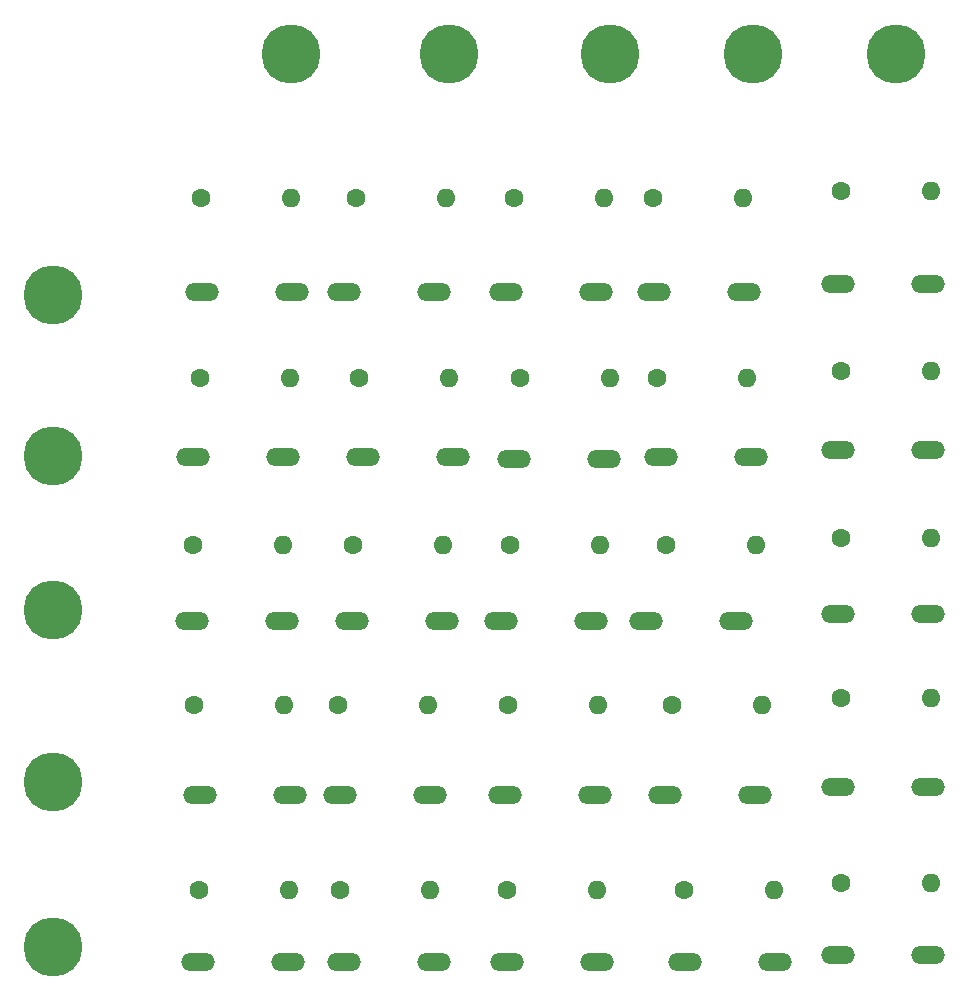
<source format=gbr>
%TF.GenerationSoftware,KiCad,Pcbnew,9.0.1*%
%TF.CreationDate,2025-07-02T23:46:09-04:00*%
%TF.ProjectId,5x5,3578352e-6b69-4636-9164-5f7063625858,rev?*%
%TF.SameCoordinates,Original*%
%TF.FileFunction,Soldermask,Bot*%
%TF.FilePolarity,Negative*%
%FSLAX46Y46*%
G04 Gerber Fmt 4.6, Leading zero omitted, Abs format (unit mm)*
G04 Created by KiCad (PCBNEW 9.0.1) date 2025-07-02 23:46:09*
%MOMM*%
%LPD*%
G01*
G04 APERTURE LIST*
%ADD10C,5.000000*%
%ADD11C,1.600000*%
%ADD12O,1.600000X1.600000*%
%ADD13O,2.845600X1.524800*%
G04 APERTURE END LIST*
D10*
%TO.C,H1*%
X108656250Y-60391250D03*
%TD*%
%TO.C,H2*%
X108656250Y-74021250D03*
%TD*%
%TO.C,H3*%
X108656250Y-87051250D03*
%TD*%
%TO.C,H5*%
X108656250Y-115570000D03*
%TD*%
%TO.C,H4*%
X108656250Y-101600000D03*
%TD*%
D11*
%TO.C,Thing23*%
X147116250Y-110791250D03*
D12*
X154736250Y-110791250D03*
%TD*%
D11*
%TO.C,Thing15*%
X175435800Y-80970000D03*
D12*
X183055800Y-80970000D03*
%TD*%
D13*
%TO.C,D6*%
X128146250Y-74081250D03*
X120526250Y-74081250D03*
%TD*%
%TO.C,D4*%
X167156250Y-60101250D03*
X159536250Y-60101250D03*
%TD*%
%TO.C,D15*%
X182810000Y-87370000D03*
X175190000Y-87370000D03*
%TD*%
%TO.C,D18*%
X154616250Y-102691250D03*
X146996250Y-102691250D03*
%TD*%
D11*
%TO.C,Thing9*%
X159826250Y-67401250D03*
D12*
X167446250Y-67401250D03*
%TD*%
D11*
%TO.C,Thing7*%
X134626250Y-67401250D03*
D12*
X142246250Y-67401250D03*
%TD*%
D10*
%TO.C,H9*%
X167956250Y-39951250D03*
%TD*%
D11*
%TO.C,Thing2*%
X134356250Y-52151250D03*
D12*
X141976250Y-52151250D03*
%TD*%
D11*
%TO.C,Thing25*%
X175435800Y-110190000D03*
D12*
X183055800Y-110190000D03*
%TD*%
D11*
%TO.C,Thing22*%
X132976250Y-110791250D03*
D12*
X140596250Y-110791250D03*
%TD*%
D13*
%TO.C,D25*%
X182810000Y-116238750D03*
X175190000Y-116238750D03*
%TD*%
D11*
%TO.C,Thing21*%
X121076250Y-110791250D03*
D12*
X128696250Y-110791250D03*
%TD*%
D11*
%TO.C,Thing3*%
X147756250Y-52151250D03*
D12*
X155376250Y-52151250D03*
%TD*%
D13*
%TO.C,D2*%
X140946250Y-60101250D03*
X133326250Y-60101250D03*
%TD*%
D10*
%TO.C,H10*%
X180086250Y-39951250D03*
%TD*%
D13*
%TO.C,D7*%
X142586250Y-74081250D03*
X134966250Y-74081250D03*
%TD*%
%TO.C,D19*%
X168146250Y-102691250D03*
X160526250Y-102691250D03*
%TD*%
D11*
%TO.C,Thing5*%
X175435800Y-51550000D03*
D12*
X183055800Y-51550000D03*
%TD*%
D10*
%TO.C,H8*%
X155816250Y-39951250D03*
%TD*%
D13*
%TO.C,D20*%
X182810000Y-102090000D03*
X175190000Y-102090000D03*
%TD*%
%TO.C,D10*%
X182810000Y-73480000D03*
X175190000Y-73480000D03*
%TD*%
D11*
%TO.C,Thing14*%
X160566250Y-81571250D03*
D12*
X168186250Y-81571250D03*
%TD*%
D11*
%TO.C,Thing16*%
X120646250Y-95101250D03*
D12*
X128266250Y-95101250D03*
%TD*%
D13*
%TO.C,D14*%
X166486250Y-87971250D03*
X158866250Y-87971250D03*
%TD*%
D11*
%TO.C,Thing18*%
X147206250Y-95101250D03*
D12*
X154826250Y-95101250D03*
%TD*%
D13*
%TO.C,D13*%
X154216250Y-87971250D03*
X146596250Y-87971250D03*
%TD*%
D11*
%TO.C,Thing8*%
X148196250Y-67401250D03*
D12*
X155816250Y-67401250D03*
%TD*%
D11*
%TO.C,Thing20*%
X175435800Y-94500000D03*
D12*
X183055800Y-94500000D03*
%TD*%
D10*
%TO.C,H7*%
X142240000Y-39951250D03*
%TD*%
D11*
%TO.C,Thing1*%
X121256250Y-52151250D03*
D12*
X128876250Y-52151250D03*
%TD*%
D10*
%TO.C,H6*%
X128872500Y-39951250D03*
%TD*%
D11*
%TO.C,Thing19*%
X161076250Y-95101250D03*
D12*
X168696250Y-95101250D03*
%TD*%
D13*
%TO.C,D21*%
X128570000Y-116840000D03*
X120950000Y-116840000D03*
%TD*%
%TO.C,D12*%
X141646250Y-87971250D03*
X134026250Y-87971250D03*
%TD*%
%TO.C,D1*%
X128946250Y-60101250D03*
X121326250Y-60101250D03*
%TD*%
D11*
%TO.C,Thing4*%
X159516250Y-52151250D03*
D12*
X167136250Y-52151250D03*
%TD*%
D11*
%TO.C,Thing17*%
X132816250Y-95101250D03*
D12*
X140436250Y-95101250D03*
%TD*%
D11*
%TO.C,Thing24*%
X162106250Y-110791250D03*
D12*
X169726250Y-110791250D03*
%TD*%
D13*
%TO.C,D9*%
X167786250Y-74081250D03*
X160166250Y-74081250D03*
%TD*%
%TO.C,D24*%
X169820000Y-116840000D03*
X162200000Y-116840000D03*
%TD*%
D11*
%TO.C,Thing13*%
X147376250Y-81571250D03*
D12*
X154996250Y-81571250D03*
%TD*%
D13*
%TO.C,D11*%
X128096250Y-87971250D03*
X120476250Y-87971250D03*
%TD*%
%TO.C,D17*%
X140626250Y-102691250D03*
X133006250Y-102691250D03*
%TD*%
%TO.C,D8*%
X155310000Y-74250000D03*
X147690000Y-74250000D03*
%TD*%
%TO.C,D16*%
X128756250Y-102691250D03*
X121136250Y-102691250D03*
%TD*%
%TO.C,D3*%
X154696250Y-60101250D03*
X147076250Y-60101250D03*
%TD*%
%TO.C,D23*%
X154770000Y-116840000D03*
X147150000Y-116840000D03*
%TD*%
D11*
%TO.C,Thing11*%
X120546250Y-81571250D03*
D12*
X128166250Y-81571250D03*
%TD*%
D13*
%TO.C,D5*%
X182810000Y-59500000D03*
X175190000Y-59500000D03*
%TD*%
D11*
%TO.C,Thing12*%
X134116250Y-81571250D03*
D12*
X141736250Y-81571250D03*
%TD*%
D11*
%TO.C,Thing10*%
X175435800Y-66800000D03*
D12*
X183055800Y-66800000D03*
%TD*%
D11*
%TO.C,Thing6*%
X121106250Y-67401250D03*
D12*
X128726250Y-67401250D03*
%TD*%
D13*
%TO.C,D22*%
X140970000Y-116840000D03*
X133350000Y-116840000D03*
%TD*%
M02*

</source>
